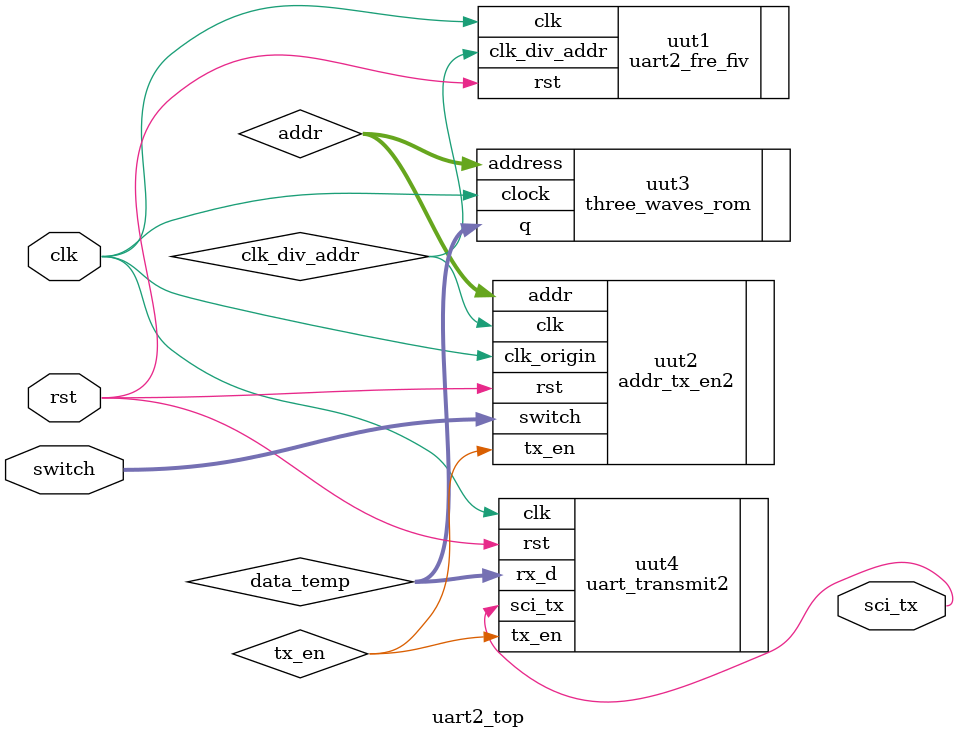
<source format=v>
`include "addr_tx_en2.v"
`include "uart_transmit2.v"
`include "uart2_fre_div.v"
`include "three_waves_rom.v"
module uart2_top(
    input clk,
    input rst,
    input [2:0] switch,
    output  sci_tx
);

wire clk_div_addr;
uart2_fre_fiv uut1(
    .clk(clk),
    .rst(rst),
    .clk_div_addr(clk_div_addr)
);

wire [9:0] addr;
wire tx_en;
addr_tx_en2 uut2(
    .clk_origin(clk),
    .clk(clk_div_addr),
    .rst(rst),
    .switch(switch),
    .addr(addr),
    .tx_en(tx_en)
);

wire [9:0]data_temp;
three_waves_rom uut3(
    .address(addr),
    .clock(clk),
    .q(data_temp)
);

uart_transmit2 uut4(
    .clk(clk),
    .rst(rst),
    .tx_en(tx_en),
    .rx_d(data_temp),
    .sci_tx(sci_tx)
);



endmodule
</source>
